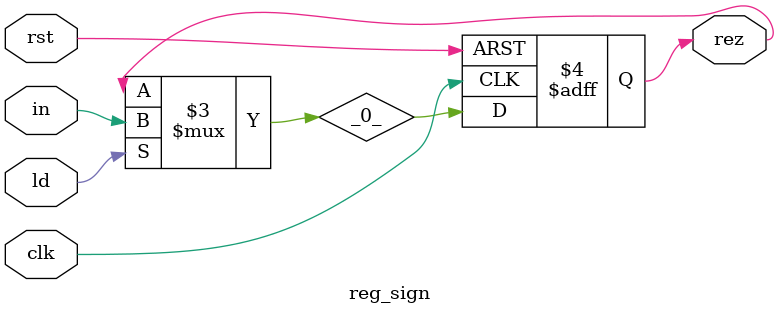
<source format=v>
/* Generated by Yosys 0.9 (git sha1 UNKNOWN, clang 3.4.2 -fPIC -Os) */

(* src = "design.sv:116" *)
module FAC(x, y, c_in, z, c_out);
  (* src = "design.sv:122" *)
  wire _00_;
  (* src = "design.sv:122" *)
  wire _01_;
  (* src = "design.sv:122" *)
  wire _02_;
  (* src = "design.sv:122" *)
  wire _03_;
  (* src = "design.sv:121" *)
  wire _04_;
  (* src = "design.sv:117" *)
  input c_in;
  (* src = "design.sv:118" *)
  output c_out;
  (* src = "design.sv:117" *)
  input x;
  (* src = "design.sv:117" *)
  input y;
  (* src = "design.sv:118" *)
  output z;
  assign _00_ = x & (* src = "design.sv:122" *) y;
  assign _01_ = x & (* src = "design.sv:122" *) c_in;
  assign _02_ = y & (* src = "design.sv:122" *) c_in;
  assign _03_ = _00_ | (* src = "design.sv:122" *) _01_;
  assign c_out = _03_ | (* src = "design.sv:122" *) _02_;
  assign _04_ = x ^ (* src = "design.sv:121" *) y;
  assign z = _04_ ^ (* src = "design.sv:121" *) c_in;
endmodule

(* src = "design.sv:172" *)
module control_unit(clk, rst, begin_div, sign, cnt7, ld_a, ld_m, ld_q, ld_sign, operation, left, set_lsb, ld_sum, increment, fin);
  (* src = "design.sv:210" *)
  wire _000_;
  (* src = "design.sv:210" *)
  wire _001_;
  (* src = "design.sv:210" *)
  wire _002_;
  (* src = "design.sv:210" *)
  wire _003_;
  (* src = "design.sv:210" *)
  wire _004_;
  (* src = "design.sv:210" *)
  wire _005_;
  (* src = "design.sv:210" *)
  wire _006_;
  (* src = "design.sv:210" *)
  wire _007_;
  (* src = "design.sv:210" *)
  wire _008_;
  (* src = "design.sv:210" *)
  wire _009_;
  wire _010_;
  wire _011_;
  wire _012_;
  wire _013_;
  wire _014_;
  wire _015_;
  wire _016_;
  wire _017_;
  wire _018_;
  wire [10:0] _019_;
  wire _020_;
  wire _021_;
  wire _022_;
  wire _023_;
  wire _024_;
  wire _025_;
  wire _026_;
  wire _027_;
  wire _028_;
  wire _029_;
  wire _030_;
  wire _031_;
  wire _032_;
  wire _033_;
  wire _034_;
  wire _035_;
  wire _036_;
  wire _037_;
  wire _038_;
  wire _039_;
  wire _040_;
  wire _041_;
  wire _042_;
  wire _043_;
  wire _044_;
  wire _045_;
  wire _046_;
  wire _047_;
  wire _048_;
  wire _049_;
  wire _050_;
  wire _051_;
  wire _052_;
  wire _053_;
  wire _054_;
  wire _055_;
  wire _056_;
  wire _057_;
  wire _058_;
  wire _059_;
  wire _060_;
  wire _061_;
  wire _062_;
  wire _063_;
  wire _064_;
  wire _065_;
  wire _066_;
  wire _067_;
  wire _068_;
  wire _069_;
  wire _070_;
  wire _071_;
  wire _072_;
  wire _073_;
  wire _074_;
  wire _075_;
  wire _076_;
  wire _077_;
  wire _078_;
  (* src = "design.sv:174" *)
  input begin_div;
  (* src = "design.sv:173" *)
  input clk;
  (* src = "design.sv:175" *)
  input cnt7;
  (* init = 1'h0 *)
  (* src = "design.sv:185" *)
  output fin;
  reg fin = 1'h0;
  (* init = 1'h0 *)
  (* src = "design.sv:184" *)
  output increment;
  reg increment = 1'h0;
  (* init = 1'h0 *)
  (* src = "design.sv:176" *)
  output ld_a;
  reg ld_a = 1'h0;
  (* init = 1'h0 *)
  (* src = "design.sv:177" *)
  output ld_m;
  reg ld_m = 1'h0;
  (* init = 1'h0 *)
  (* src = "design.sv:178" *)
  output ld_q;
  reg ld_q = 1'h0;
  (* init = 1'h0 *)
  (* src = "design.sv:179" *)
  output ld_sign;
  reg ld_sign = 1'h0;
  (* init = 1'h0 *)
  (* src = "design.sv:183" *)
  output ld_sum;
  reg ld_sum = 1'h0;
  (* init = 1'h0 *)
  (* src = "design.sv:181" *)
  output left;
  reg left = 1'h0;
  (* init = 1'h0 *)
  (* src = "design.sv:180" *)
  output operation;
  reg operation = 1'h0;
  (* src = "design.sv:173" *)
  input rst;
  (* init = 1'h0 *)
  (* src = "design.sv:182" *)
  output set_lsb;
  reg set_lsb = 1'h0;
  (* src = "design.sv:175" *)
  input sign;
  (* onehot = 32'd1 *)
  reg [10:0] state_reg;
  assign _010_ = _020_ & state_reg[0];
  assign _011_ = _021_ & state_reg[7];
  assign _012_ = _022_ & state_reg[7];
  assign _013_ = cnt7 & state_reg[8];
  assign _014_ = _023_ & state_reg[2];
  assign _015_ = begin_div & state_reg[0];
  assign _016_ = _024_ & state_reg[7];
  assign _017_ = sign & state_reg[2];
  assign _018_ = _021_ & state_reg[8];
  assign _019_[0] = | { state_reg[4], _010_ };
  assign _019_[1] = | { _011_, state_reg[9] };
  assign _019_[4] = | { _012_, _013_ };
  assign _019_[8] = | { _017_, _016_ };
  assign _019_[10] = | { state_reg[5], _018_ };
  always @(posedge clk or negedge rst)
    if (!rst)
      state_reg <= 11'h001;
    else
      state_reg <= { _019_[10], state_reg[3], _019_[8], state_reg[10], _015_, _014_, _019_[4], state_reg[6], state_reg[1], _019_[1:0] };
  assign _020_ = ~ begin_div;
  assign _022_ = { cnt7, sign } == 2'h2;
  assign _023_ = ~ sign;
  assign _024_ = { cnt7, sign } == 2'h3;
  assign _021_ = ~ cnt7;
  assign _025_ = | { state_reg[4], state_reg[5], state_reg[8], state_reg[10] };
  assign _026_ = | { state_reg[5], state_reg[8] };
  assign _027_ = | { state_reg[5], state_reg[7] };
  assign _028_ = | { state_reg[4], state_reg[7], state_reg[10] };
  assign _035_ = ~ (* src = "design.sv:210" *) state_reg[2];
  assign _029_ = ~ (* src = "design.sv:210" *) state_reg[8];
  assign _030_ = ~ (* src = "design.sv:210" *) state_reg[5];
  assign _031_ = ~ (* src = "design.sv:210" *) state_reg[10];
  assign _032_ = ~ (* src = "design.sv:210" *) state_reg[7];
  assign _033_ = ~ (* src = "design.sv:210" *) state_reg[4];
  assign _037_ = ~ (* src = "design.sv:210" *) state_reg[1];
  assign _040_ = ~ (* src = "design.sv:210" *) state_reg[3];
  assign _041_ = ~ (* src = "design.sv:210" *) state_reg[9];
  assign _047_ = ~ (* src = "design.sv:210" *) state_reg[0];
  assign _043_ = ~ (* src = "design.sv:210" *) state_reg[6];
  assign _057_ = | (* src = "design.sv:210" *) { _070_, _072_ };
  assign _059_ = | (* src = "design.sv:210" *) { _073_, _074_ };
  assign _055_ = | (* src = "design.sv:210" *) { _021_, _071_ };
  assign _066_ = | (* src = "design.sv:210" *) { _072_, _075_ };
  assign _068_ = | (* src = "design.sv:210" *) { _074_, _076_ };
  assign _069_ = | (* src = "design.sv:210" *) { _077_, _078_ };
  assign _049_ = _032_ & (* src = "design.sv:210" *) _033_;
  assign _050_ = _031_ & (* src = "design.sv:210" *) _049_;
  assign _051_ = _030_ & (* src = "design.sv:210" *) _050_;
  assign _052_ = _029_ & (* src = "design.sv:210" *) _051_;
  assign _070_ = _035_ & (* src = "design.sv:210" *) _052_;
  assign _053_ = cnt7 & (* src = "design.sv:210" *) _023_;
  assign _072_ = state_reg[7] & (* src = "design.sv:210" *) _056_;
  assign _073_ = _037_ & (* src = "design.sv:210" *) _049_;
  assign _058_ = state_reg[7] & (* src = "design.sv:210" *) cnt7;
  assign _060_ = _029_ & (* src = "design.sv:210" *) _030_;
  assign _061_ = _035_ & (* src = "design.sv:210" *) _060_;
  assign _062_ = _040_ & (* src = "design.sv:210" *) _041_;
  assign _063_ = _043_ & (* src = "design.sv:210" *) _040_;
  assign _064_ = _030_ & (* src = "design.sv:210" *) _032_;
  assign _065_ = _029_ & (* src = "design.sv:210" *) _064_;
  assign _075_ = _035_ & (* src = "design.sv:210" *) _065_;
  assign _054_ = state_reg[7] & (* src = "design.sv:210" *) _053_;
  assign _071_ = cnt7 & (* src = "design.sv:210" *) _054_;
  assign _056_ = state_reg[7] & (* src = "design.sv:210" *) _055_;
  assign _067_ = _037_ & (* src = "design.sv:210" *) _032_;
  assign _076_ = _041_ & (* src = "design.sv:210" *) _067_;
  assign _074_ = state_reg[7] & (* src = "design.sv:210" *) _058_;
  assign _077_ = _047_ & (* src = "design.sv:210" *) _043_;
  assign _078_ = state_reg[0] & (* src = "design.sv:210" *) _010_;
  always @*
    if (_034_)
      set_lsb = _008_;
  assign _034_ = ~ _052_;
  always @*
    if (_036_)
      ld_sum = _005_;
  assign _036_ = ~ _057_;
  always @*
    if (_038_)
      increment = _000_;
  assign _038_ = ~ _059_;
  always @*
    if (_039_)
      ld_sign = _004_;
  assign _039_ = ~ _061_;
  always @*
    if (_042_)
      ld_m = _002_;
  assign _042_ = ~ _062_;
  always @*
    if (_044_)
      ld_q = _003_;
  assign _044_ = ~ _063_;
  always @*
    if (_045_)
      operation = _007_;
  assign _045_ = ~ _066_;
  always @*
    if (_046_)
      left = _006_;
  assign _046_ = ~ _068_;
  always @*
    if (_048_)
      ld_a = _001_;
  assign _048_ = ~ _069_;
  always @*
    if (state_reg[4])
      fin = 1'h1;
  assign _009_ = sign ? (* full_case = 32'd1 *) (* src = "design.sv:256" *) 1'h1 : 1'h0;
  assign _001_ = state_reg[6] ? (* full_case = 32'd1 *) (* src = "design.sv:224|design.sv:213" *) 1'h0 : 1'h1;
  assign _006_ = state_reg[1] ? (* full_case = 32'd1 *) (* src = "design.sv:297|design.sv:213" *) 1'h0 : 1'h1;
  function [0:0] _166_;
    input [0:0] a;
    input [1:0] b;
    input [1:0] s;
    (* full_case = 32'd1 *)
    (* src = "design.sv:297|design.sv:213" *)
    (* parallel_case *)
    casez (s)
      2'b?1:
        _166_ = b[0:0];
      2'b1?:
        _166_ = b[1:1];
      default:
        _166_ = a;
    endcase
  endfunction
  assign _007_ = _166_(_009_, 2'h1, { state_reg[8], _027_ });
  assign _003_ = state_reg[3] ? (* full_case = 32'd1 *) (* src = "design.sv:231|design.sv:213" *) 1'h0 : 1'h1;
  assign _002_ = state_reg[9] ? (* full_case = 32'd1 *) (* src = "design.sv:238|design.sv:213" *) 1'h0 : 1'h1;
  assign _004_ = _026_ ? (* full_case = 32'd1 *) (* src = "design.sv:281|design.sv:213" *) 1'h0 : 1'h1;
  assign _000_ = state_reg[7] ? (* full_case = 32'd1 *) (* src = "design.sv:317|design.sv:213" *) 1'h1 : 1'h0;
  assign _005_ = _025_ ? (* full_case = 32'd1 *) (* src = "design.sv:317|design.sv:213" *) 1'h0 : 1'h1;
  assign _008_ = _028_ ? (* full_case = 32'd1 *) (* src = "design.sv:317|design.sv:213" *) 1'h0 : 1'h1;
  assign { _019_[9], _019_[7:5], _019_[3:2] } = { state_reg[3], state_reg[10], _015_, _014_, state_reg[6], state_reg[1] };
endmodule

(* src = "design.sv:332" *)
module non_res_div_3_0(in_bus, begin_div, clk, rst, fin, out_bus);
  (* src = "design.sv:365" *)
  wire _0_;
  (* src = "design.sv:340" *)
  wire [7:0] a;
  (* src = "design.sv:334" *)
  input begin_div;
  (* src = "design.sv:335" *)
  input clk;
  (* src = "design.sv:355" *)
  wire cnt7;
  (* src = "design.sv:344" *)
  (* unused_bits = "0 1 2" *)
  wire [2:0] count;
  (* src = "design.sv:336" *)
  output fin;
  (* src = "design.sv:356" *)
  wire finish;
  (* src = "design.sv:333" *)
  input [7:0] in_bus;
  (* src = "design.sv:354" *)
  wire increment;
  (* src = "design.sv:346" *)
  wire ld_a;
  (* src = "design.sv:348" *)
  wire ld_m;
  (* src = "design.sv:347" *)
  wire ld_q;
  (* src = "design.sv:349" *)
  wire ld_sign;
  (* src = "design.sv:352" *)
  wire ld_sum;
  (* src = "design.sv:345" *)
  wire left;
  (* src = "design.sv:342" *)
  wire [7:0] m;
  (* src = "design.sv:357" *)
  wire operation;
  (* src = "design.sv:358" *)
  wire [7:0] out;
  (* src = "design.sv:337" *)
  output [7:0] out_bus;
  (* src = "design.sv:341" *)
  wire [7:0] q;
  (* src = "design.sv:343" *)
  wire [7:0] rez;
  (* src = "design.sv:335" *)
  input rst;
  (* src = "design.sv:353" *)
  wire set_lsb;
  (* src = "design.sv:350" *)
  wire sign_in;
  (* src = "design.sv:351" *)
  wire sign_out;
  assign _0_ = ~ (* src = "design.sv:365" *) sign_in;
  (* module_not_derived = 32'd1 *)
  (* src = "design.sv:373" *)
  control_unit cu (
    .begin_div(begin_div),
    .clk(clk),
    .cnt7(cnt7),
    .fin(fin),
    .increment(increment),
    .ld_a(ld_a),
    .ld_m(ld_m),
    .ld_q(ld_q),
    .ld_sign(ld_sign),
    .ld_sum(ld_sum),
    .left(left),
    .operation(operation),
    .rst(rst),
    .set_lsb(set_lsb),
    .sign(sign_in)
  );
  (* module_not_derived = 32'd1 *)
  (* src = "design.sv:361" *)
  reg_sign inst0 (
    .clk(clk),
    .in(sign_out),
    .ld(ld_sign),
    .rez(sign_in),
    .rst(rst)
  );
  (* module_not_derived = 32'd1 *)
  (* src = "design.sv:363" *)
  reg_a inst1 (
    .clk(clk),
    .in_bus(in_bus),
    .ld_in_bus(ld_a),
    .ld_sum(ld_sum),
    .left_shift(left),
    .lsb(q[7]),
    .rez(a),
    .rst(rst),
    .sum(rez)
  );
  (* module_not_derived = 32'd1 *)
  (* src = "design.sv:365" *)
  reg_q inst2 (
    .clk(clk),
    .in_bus(in_bus),
    .ld_in_bus(ld_q),
    .left_shift(left),
    .lsb(_0_),
    .rez(q),
    .rst(rst),
    .set_lsb(set_lsb)
  );
  (* module_not_derived = 32'd1 *)
  (* src = "design.sv:367" *)
  reg_m inst3 (
    .clk(clk),
    .in_bus(in_bus),
    .ld_in_bus(ld_m),
    .rez(m),
    .rst(rst)
  );
  (* module_not_derived = 32'd1 *)
  (* src = "design.sv:369" *)
  reg_counter inst4 (
    .clk(clk),
    .count_is_7(cnt7),
    .increment(increment),
    .rez(count),
    .rst(rst)
  );
  (* module_not_derived = 32'd1 *)
  (* src = "design.sv:376" *)
  reg_out inst5 (
    .clk(clk),
    .in1(a),
    .in2(q),
    .ld_in_bus(fin),
    .rez(out),
    .rst(rst)
  );
  (* module_not_derived = 32'd1 *)
  (* src = "design.sv:371" *)
  parallel_adder_subtractor pa (
    .operation_type(operation),
    .result(rez),
    .sign_in(sign_in),
    .sign_out(sign_out),
    .x(a),
    .y(m)
  );
  assign finish = fin;
  assign out_bus = out;
endmodule

(* src = "design.sv:126" *)
module parallel_adder_subtractor(operation_type, sign_in, x, y, result, sign_out);
  (* src = "design.sv:151" *)
  wire _00_;
  (* src = "design.sv:151" *)
  wire _01_;
  (* src = "design.sv:151" *)
  wire _02_;
  (* src = "design.sv:151" *)
  wire _03_;
  (* src = "design.sv:151" *)
  wire _04_;
  (* src = "design.sv:151" *)
  wire _05_;
  (* src = "design.sv:151" *)
  wire _06_;
  (* src = "design.sv:151" *)
  wire _07_;
  (* src = "design.sv:151" *)
  wire _08_;
  (* src = "design.sv:151" *)
  wire _09_;
  (* src = "design.sv:151" *)
  wire _10_;
  (* src = "design.sv:151" *)
  wire _11_;
  (* src = "design.sv:151" *)
  wire _12_;
  (* src = "design.sv:151" *)
  wire _13_;
  (* src = "design.sv:151" *)
  wire _14_;
  (* src = "design.sv:151" *)
  wire _15_;
  (* src = "design.sv:151" *)
  wire _16_;
  (* src = "design.sv:135" *)
  (* unused_bits = "9" *)
  wire [9:0] carries;
  (* src = "design.sv:127" *)
  input operation_type;
  (* src = "design.sv:131" *)
  output [7:0] result;
  (* src = "design.sv:128" *)
  input sign_in;
  (* src = "design.sv:132" *)
  output sign_out;
  (* src = "design.sv:136" *)
  wire [8:0] sum;
  (* src = "design.sv:129" *)
  input [7:0] x;
  (* src = "design.sv:138" *)
  wire [8:0] x_ext;
  (* src = "design.sv:130" *)
  input [7:0] y;
  (* src = "design.sv:139" *)
  wire [8:0] y_ext;
  (* module_not_derived = 32'd1 *)
  (* src = "design.sv:151" *)
  FAC _17_ (
    .c_in(carries[0]),
    .c_out(carries[1]),
    .x(x[0]),
    .y(_08_),
    .z(sum[0])
  );
  (* module_not_derived = 32'd1 *)
  (* src = "design.sv:151" *)
  FAC _18_ (
    .c_in(carries[1]),
    .c_out(carries[2]),
    .x(x[1]),
    .y(_09_),
    .z(sum[1])
  );
  (* module_not_derived = 32'd1 *)
  (* src = "design.sv:151" *)
  FAC _19_ (
    .c_in(carries[2]),
    .c_out(carries[3]),
    .x(x[2]),
    .y(_10_),
    .z(sum[2])
  );
  (* module_not_derived = 32'd1 *)
  (* src = "design.sv:151" *)
  FAC _20_ (
    .c_in(carries[3]),
    .c_out(carries[4]),
    .x(x[3]),
    .y(_11_),
    .z(sum[3])
  );
  (* module_not_derived = 32'd1 *)
  (* src = "design.sv:151" *)
  FAC _21_ (
    .c_in(carries[4]),
    .c_out(carries[5]),
    .x(x[4]),
    .y(_12_),
    .z(sum[4])
  );
  (* module_not_derived = 32'd1 *)
  (* src = "design.sv:151" *)
  FAC _22_ (
    .c_in(carries[5]),
    .c_out(carries[6]),
    .x(x[5]),
    .y(_13_),
    .z(sum[5])
  );
  (* module_not_derived = 32'd1 *)
  (* src = "design.sv:151" *)
  FAC _23_ (
    .c_in(carries[6]),
    .c_out(carries[7]),
    .x(x[6]),
    .y(_14_),
    .z(sum[6])
  );
  (* module_not_derived = 32'd1 *)
  (* src = "design.sv:151" *)
  FAC _24_ (
    .c_in(carries[7]),
    .c_out(carries[8]),
    .x(x[7]),
    .y(_15_),
    .z(sum[7])
  );
  (* module_not_derived = 32'd1 *)
  (* src = "design.sv:151" *)
  FAC _25_ (
    .c_in(carries[8]),
    .c_out(carries[9]),
    .x(sign_in),
    .y(_16_),
    .z(sign_out)
  );
  assign carries[0] = ~ (* src = "design.sv:141" *) operation_type;
  assign _00_ = ~ (* src = "design.sv:151" *) y[0];
  assign _01_ = ~ (* src = "design.sv:151" *) y[1];
  assign _02_ = ~ (* src = "design.sv:151" *) y[2];
  assign _03_ = ~ (* src = "design.sv:151" *) y[3];
  assign _04_ = ~ (* src = "design.sv:151" *) y[4];
  assign _05_ = ~ (* src = "design.sv:151" *) y[5];
  assign _06_ = ~ (* src = "design.sv:151" *) y[6];
  assign _07_ = ~ (* src = "design.sv:151" *) y[7];
  assign _08_ = operation_type ? (* src = "design.sv:151" *) y[0] : _00_;
  assign _09_ = operation_type ? (* src = "design.sv:151" *) y[1] : _01_;
  assign _10_ = operation_type ? (* src = "design.sv:151" *) y[2] : _02_;
  assign _11_ = operation_type ? (* src = "design.sv:151" *) y[3] : _03_;
  assign _12_ = operation_type ? (* src = "design.sv:151" *) y[4] : _04_;
  assign _13_ = operation_type ? (* src = "design.sv:151" *) y[5] : _05_;
  assign _14_ = operation_type ? (* src = "design.sv:151" *) y[6] : _06_;
  assign _15_ = operation_type ? (* src = "design.sv:151" *) y[7] : _07_;
  assign _16_ = operation_type ? (* src = "design.sv:151" *) 1'h0 : 1'h1;
  assign result = sum[7:0];
  assign sum[8] = sign_out;
  assign x_ext = { sign_in, x };
  assign y_ext = { 1'h0, y };
endmodule

(* src = "design.sv:29" *)
module reg_a(clk, rst, ld_in_bus, ld_sum, left_shift, lsb, in_bus, sum, rez);
  (* src = "design.sv:36" *)
  wire [7:0] _00_;
  wire [6:0] _01_;
  wire [6:0] _02_;
  wire _03_;
  wire _04_;
  (* src = "design.sv:30" *)
  input clk;
  (* src = "design.sv:31" *)
  input [7:0] in_bus;
  (* src = "design.sv:30" *)
  input ld_in_bus;
  (* src = "design.sv:30" *)
  input ld_sum;
  (* src = "design.sv:30" *)
  input left_shift;
  (* src = "design.sv:30" *)
  input lsb;
  (* src = "design.sv:33" *)
  output [7:0] rez;
  reg [7:0] rez;
  (* src = "design.sv:30" *)
  input rst;
  (* src = "design.sv:32" *)
  input [7:0] sum;
  always @(posedge clk or negedge rst)
    if (!rst)
      rez <= 8'h00;
    else
      rez <= _00_;
  assign _01_ = left_shift ? (* src = "design.sv:44" *) rez[6:0] : rez[7:1];
  assign _02_ = ld_sum ? (* full_case = 32'd1 *) (* src = "design.sv:41" *) sum[7:1] : _01_;
  assign _00_[7:1] = ld_in_bus ? (* full_case = 32'd1 *) (* src = "design.sv:38" *) in_bus[7:1] : _02_;
  assign _03_ = left_shift ? (* src = "design.sv:44" *) lsb : rez[0];
  assign _04_ = ld_sum ? (* full_case = 32'd1 *) (* src = "design.sv:41" *) sum[0] : _03_;
  assign _00_[0] = ld_in_bus ? (* full_case = 32'd1 *) (* src = "design.sv:38" *) in_bus[0] : _04_;
endmodule

(* src = "design.sv:94" *)
module reg_counter(clk, rst, increment, rez, count_is_7);
  (* src = "design.sv:100" *)
  wire _00_;
  (* src = "design.sv:100" *)
  wire [2:0] _01_;
  (* src = "design.sv:110" *)
  (* unused_bits = "3 4 5 6 7 8 9 10 11 12 13 14 15 16 17 18 19 20 21 22 23 24 25 26 27 28 29 30 31" *)
  wire [31:0] _02_;
  (* src = "design.sv:105" *)
  wire _03_;
  wire [2:0] _04_;
  (* src = "design.sv:95" *)
  input clk;
  (* src = "design.sv:97" *)
  output count_is_7;
  reg count_is_7;
  (* src = "design.sv:95" *)
  input increment;
  (* src = "design.sv:96" *)
  output [2:0] rez;
  reg [2:0] rez;
  (* src = "design.sv:95" *)
  input rst;
  assign _02_ = rez + (* src = "design.sv:110" *) 32'd1;
  assign _03_ = rez == (* src = "design.sv:105" *) 3'h7;
  always @(posedge clk or negedge rst)
    if (!rst)
      rez <= 3'h0;
    else
      rez <= _01_;
  always @(posedge clk or negedge rst)
    if (!rst)
      count_is_7 <= 1'h0;
    else
      count_is_7 <= _00_;
  assign _00_ = _03_ ? (* full_case = 32'd1 *) (* src = "design.sv:105" *) 1'h1 : count_is_7;
  assign _04_ = increment ? (* src = "design.sv:109" *) _02_[2:0] : rez;
  assign _01_ = _03_ ? (* full_case = 32'd1 *) (* src = "design.sv:105" *) 3'h0 : _04_;
endmodule

(* src = "design.sv:2" *)
module reg_m(clk, rst, ld_in_bus, in_bus, rez);
  (* src = "design.sv:7" *)
  wire [7:0] _0_;
  (* src = "design.sv:3" *)
  input clk;
  (* src = "design.sv:4" *)
  input [7:0] in_bus;
  (* src = "design.sv:3" *)
  input ld_in_bus;
  (* src = "design.sv:5" *)
  output [7:0] rez;
  reg [7:0] rez;
  (* src = "design.sv:3" *)
  input rst;
  always @(posedge clk or negedge rst)
    if (!rst)
      rez <= 8'h00;
    else
      rez <= _0_;
  assign _0_ = ld_in_bus ? (* src = "design.sv:9" *) in_bus : rez;
endmodule

(* src = "design.sv:52" *)
module reg_out(clk, rst, ld_in_bus, in1, in2, rez);
  (* src = "design.sv:61" *)
  wire _0_;
  (* src = "design.sv:61" *)
  wire [7:0] _1_;
  wire _2_;
  wire [7:0] _3_;
  (* src = "design.sv:59" *)
  reg aux;
  (* src = "design.sv:53" *)
  input clk;
  (* src = "design.sv:54" *)
  input [7:0] in1;
  (* src = "design.sv:55" *)
  input [7:0] in2;
  (* src = "design.sv:53" *)
  input ld_in_bus;
  (* src = "design.sv:56" *)
  output [7:0] rez;
  reg [7:0] rez;
  (* src = "design.sv:53" *)
  input rst;
  always @(posedge clk or negedge rst)
    if (!rst)
      rez <= 8'h00;
    else
      rez <= _1_;
  always @(posedge clk or negedge rst)
    if (!rst)
      aux <= 1'h0;
    else
      aux <= _0_;
  assign _2_ = aux ? (* full_case = 32'd1 *) (* src = "design.sv:67" *) 1'h0 : 1'h1;
  assign _0_ = ld_in_bus ? (* src = "design.sv:66" *) _2_ : aux;
  assign _3_ = aux ? (* full_case = 32'd1 *) (* src = "design.sv:67" *) in2 : in1;
  assign _1_ = ld_in_bus ? (* src = "design.sv:66" *) _3_ : rez;
endmodule

(* src = "design.sv:12" *)
module reg_q(clk, rst, ld_in_bus, left_shift, set_lsb, lsb, in_bus, rez);
  (* src = "design.sv:18" *)
  wire [7:0] _0_;
  wire [6:0] _1_;
  wire _2_;
  wire _3_;
  (* src = "design.sv:13" *)
  input clk;
  (* src = "design.sv:14" *)
  input [7:0] in_bus;
  (* src = "design.sv:13" *)
  input ld_in_bus;
  (* src = "design.sv:13" *)
  input left_shift;
  (* src = "design.sv:13" *)
  input lsb;
  (* src = "design.sv:15" *)
  output [7:0] rez;
  reg [7:0] rez;
  (* src = "design.sv:13" *)
  input rst;
  (* src = "design.sv:13" *)
  input set_lsb;
  always @(posedge clk or negedge rst)
    if (!rst)
      rez <= 8'h00;
    else
      rez <= _0_;
  assign _1_ = left_shift ? (* full_case = 32'd1 *) (* src = "design.sv:21" *) rez[6:0] : rez[7:1];
  assign _0_[7:1] = ld_in_bus ? (* full_case = 32'd1 *) (* src = "design.sv:20" *) in_bus[7:1] : _1_;
  assign _2_ = set_lsb ? (* src = "design.sv:24" *) lsb : rez[0];
  assign _3_ = left_shift ? (* full_case = 32'd1 *) (* src = "design.sv:21" *) 1'h0 : _2_;
  assign _0_[0] = ld_in_bus ? (* full_case = 32'd1 *) (* src = "design.sv:20" *) in_bus[0] : _3_;
endmodule

(* src = "design.sv:79" *)
module reg_sign(clk, rst, ld, in, rez);
  (* src = "design.sv:84" *)
  wire _0_;
  (* src = "design.sv:80" *)
  input clk;
  (* src = "design.sv:80" *)
  input in;
  (* src = "design.sv:80" *)
  input ld;
  (* src = "design.sv:81" *)
  output rez;
  reg rez;
  (* src = "design.sv:80" *)
  input rst;
  always @(posedge clk or negedge rst)
    if (!rst)
      rez <= 1'h0;
    else
      rez <= _0_;
  assign _0_ = ld ? (* src = "design.sv:88" *) in : rez;
endmodule

</source>
